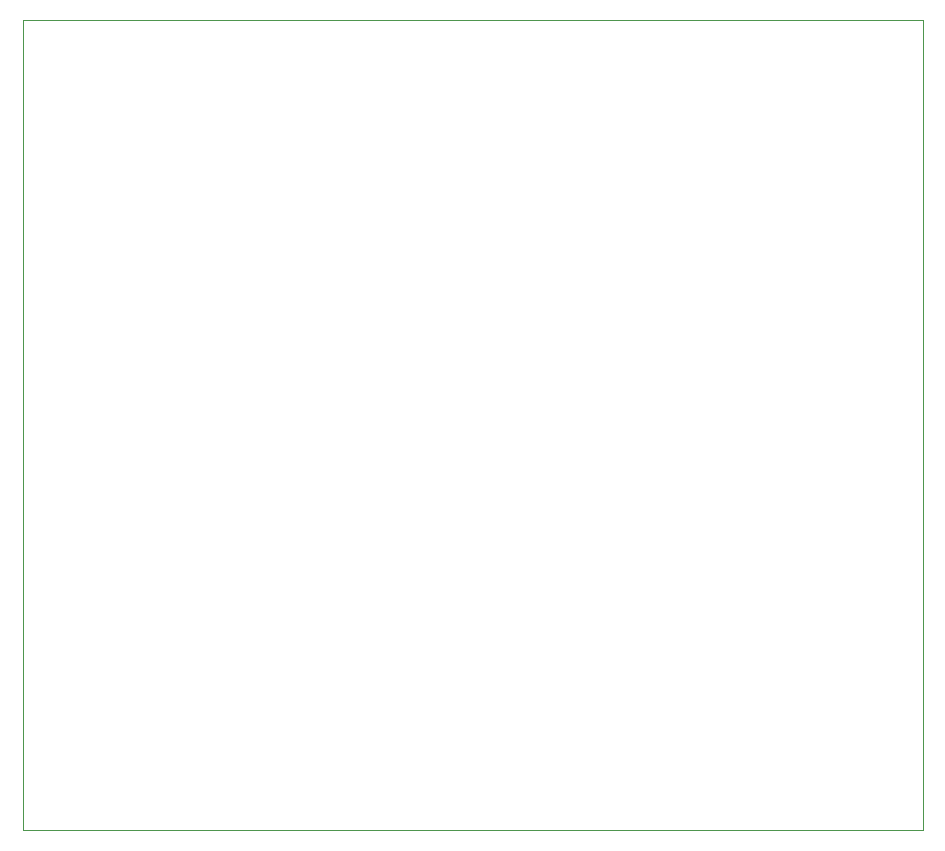
<source format=gm1>
G04 #@! TF.GenerationSoftware,KiCad,Pcbnew,5.1.12-84ad8e8a86~92~ubuntu20.04.1*
G04 #@! TF.CreationDate,2021-12-18T18:34:38-08:00*
G04 #@! TF.ProjectId,RspPiPicoIMU,52737050-6950-4696-936f-494d552e6b69,1.0*
G04 #@! TF.SameCoordinates,Original*
G04 #@! TF.FileFunction,Profile,NP*
%FSLAX46Y46*%
G04 Gerber Fmt 4.6, Leading zero omitted, Abs format (unit mm)*
G04 Created by KiCad (PCBNEW 5.1.12-84ad8e8a86~92~ubuntu20.04.1) date 2021-12-18 18:34:38*
%MOMM*%
%LPD*%
G01*
G04 APERTURE LIST*
G04 #@! TA.AperFunction,Profile*
%ADD10C,0.050000*%
G04 #@! TD*
G04 APERTURE END LIST*
D10*
X93345000Y-134620000D02*
X169545000Y-134620000D01*
X169545000Y-134620000D02*
X169545000Y-66040000D01*
X93345000Y-66040000D02*
X93345000Y-134620000D01*
X169545000Y-66040000D02*
X93345000Y-66040000D01*
M02*

</source>
